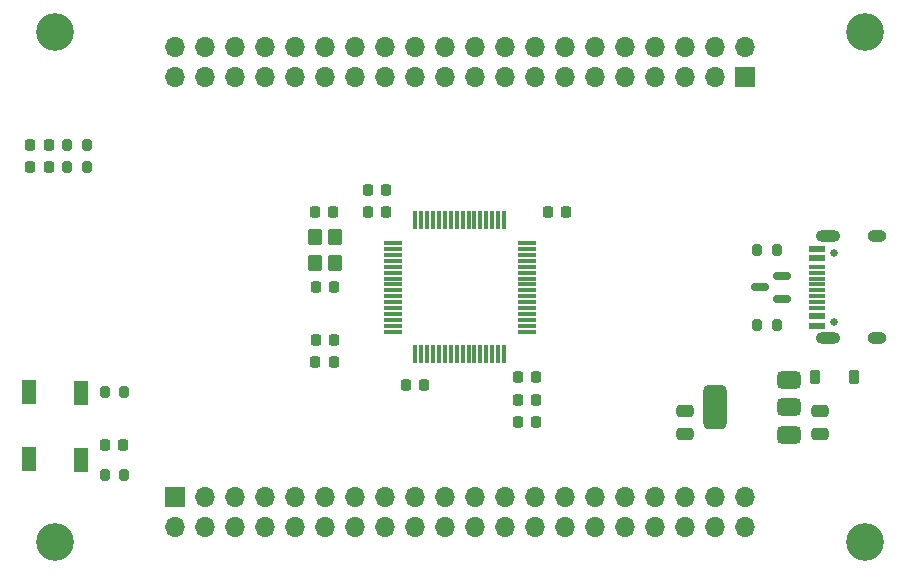
<source format=gbr>
G04 #@! TF.GenerationSoftware,KiCad,Pcbnew,9.0.2+dfsg-1*
G04 #@! TF.CreationDate,2025-05-30T20:00:10+08:00*
G04 #@! TF.ProjectId,mcustm32f402,6d637573-746d-4333-9266-3430322e6b69,a*
G04 #@! TF.SameCoordinates,PX57cf3f8PY8841978*
G04 #@! TF.FileFunction,Soldermask,Top*
G04 #@! TF.FilePolarity,Negative*
%FSLAX46Y46*%
G04 Gerber Fmt 4.6, Leading zero omitted, Abs format (unit mm)*
G04 Created by KiCad (PCBNEW 9.0.2+dfsg-1) date 2025-05-30 20:00:10*
%MOMM*%
%LPD*%
G01*
G04 APERTURE LIST*
G04 Aperture macros list*
%AMRoundRect*
0 Rectangle with rounded corners*
0 $1 Rounding radius*
0 $2 $3 $4 $5 $6 $7 $8 $9 X,Y pos of 4 corners*
0 Add a 4 corners polygon primitive as box body*
4,1,4,$2,$3,$4,$5,$6,$7,$8,$9,$2,$3,0*
0 Add four circle primitives for the rounded corners*
1,1,$1+$1,$2,$3*
1,1,$1+$1,$4,$5*
1,1,$1+$1,$6,$7*
1,1,$1+$1,$8,$9*
0 Add four rect primitives between the rounded corners*
20,1,$1+$1,$2,$3,$4,$5,0*
20,1,$1+$1,$4,$5,$6,$7,0*
20,1,$1+$1,$6,$7,$8,$9,0*
20,1,$1+$1,$8,$9,$2,$3,0*%
G04 Aperture macros list end*
%ADD10RoundRect,0.225000X-0.225000X-0.375000X0.225000X-0.375000X0.225000X0.375000X-0.225000X0.375000X0*%
%ADD11C,0.650000*%
%ADD12R,1.450000X0.600000*%
%ADD13R,1.450000X0.300000*%
%ADD14O,2.100000X1.000000*%
%ADD15O,1.600000X1.000000*%
%ADD16RoundRect,0.225000X0.225000X0.250000X-0.225000X0.250000X-0.225000X-0.250000X0.225000X-0.250000X0*%
%ADD17RoundRect,0.225000X-0.225000X-0.250000X0.225000X-0.250000X0.225000X0.250000X-0.225000X0.250000X0*%
%ADD18RoundRect,0.375000X0.625000X0.375000X-0.625000X0.375000X-0.625000X-0.375000X0.625000X-0.375000X0*%
%ADD19RoundRect,0.500000X0.500000X1.400000X-0.500000X1.400000X-0.500000X-1.400000X0.500000X-1.400000X0*%
%ADD20RoundRect,0.250000X-0.475000X0.250000X-0.475000X-0.250000X0.475000X-0.250000X0.475000X0.250000X0*%
%ADD21RoundRect,0.218750X0.218750X0.256250X-0.218750X0.256250X-0.218750X-0.256250X0.218750X-0.256250X0*%
%ADD22RoundRect,0.200000X-0.200000X-0.275000X0.200000X-0.275000X0.200000X0.275000X-0.200000X0.275000X0*%
%ADD23RoundRect,0.200000X0.200000X0.275000X-0.200000X0.275000X-0.200000X-0.275000X0.200000X-0.275000X0*%
%ADD24RoundRect,0.250000X-0.350000X0.450000X-0.350000X-0.450000X0.350000X-0.450000X0.350000X0.450000X0*%
%ADD25R,1.700000X1.700000*%
%ADD26O,1.700000X1.700000*%
%ADD27RoundRect,0.218750X-0.218750X-0.256250X0.218750X-0.256250X0.218750X0.256250X-0.218750X0.256250X0*%
%ADD28R,1.200000X2.000000*%
%ADD29RoundRect,0.075000X-0.700000X-0.075000X0.700000X-0.075000X0.700000X0.075000X-0.700000X0.075000X0*%
%ADD30RoundRect,0.075000X-0.075000X-0.700000X0.075000X-0.700000X0.075000X0.700000X-0.075000X0.700000X0*%
%ADD31C,3.200000*%
%ADD32RoundRect,0.150000X0.587500X0.150000X-0.587500X0.150000X-0.587500X-0.150000X0.587500X-0.150000X0*%
G04 APERTURE END LIST*
D10*
G04 #@! TO.C,D2*
X90425000Y33655000D03*
X93725000Y33655000D03*
G04 #@! TD*
D11*
G04 #@! TO.C,J1*
X92015000Y38385000D03*
X92015000Y44165000D03*
D12*
X90570000Y38025000D03*
X90570000Y38825000D03*
D13*
X90570000Y40025000D03*
X90570000Y41025000D03*
X90570000Y41525000D03*
X90570000Y42525000D03*
D12*
X90570000Y43725000D03*
X90570000Y44525000D03*
X90570000Y44525000D03*
X90570000Y43725000D03*
D13*
X90570000Y43025000D03*
X90570000Y42025000D03*
X90570000Y40525000D03*
X90570000Y39525000D03*
D12*
X90570000Y38825000D03*
X90570000Y38025000D03*
D14*
X91485000Y36955000D03*
D15*
X95665000Y36955000D03*
D14*
X91485000Y45595000D03*
D15*
X95665000Y45595000D03*
G04 #@! TD*
D16*
G04 #@! TO.C,C5*
X54115000Y49530000D03*
X52565000Y49530000D03*
G04 #@! TD*
D17*
G04 #@! TO.C,C7*
X67805000Y47625000D03*
X69355000Y47625000D03*
G04 #@! TD*
G04 #@! TO.C,C8*
X65265000Y33655000D03*
X66815000Y33655000D03*
G04 #@! TD*
D16*
G04 #@! TO.C,C10*
X57290000Y33020000D03*
X55740000Y33020000D03*
G04 #@! TD*
D18*
G04 #@! TO.C,U1*
X88240000Y28815000D03*
X88240000Y31115000D03*
D19*
X81940000Y31115000D03*
D18*
X88240000Y33415000D03*
G04 #@! TD*
D20*
G04 #@! TO.C,C1*
X90805000Y30795000D03*
X90805000Y28895000D03*
G04 #@! TD*
D17*
G04 #@! TO.C,C6*
X30300000Y27940000D03*
X31850000Y27940000D03*
G04 #@! TD*
D21*
G04 #@! TO.C,D3*
X25552500Y53340000D03*
X23977500Y53340000D03*
G04 #@! TD*
G04 #@! TO.C,D4*
X25552500Y51435000D03*
X23977500Y51435000D03*
G04 #@! TD*
D22*
G04 #@! TO.C,R1*
X85535000Y38100000D03*
X87185000Y38100000D03*
G04 #@! TD*
G04 #@! TO.C,R2*
X85535000Y44450000D03*
X87185000Y44450000D03*
G04 #@! TD*
G04 #@! TO.C,R5*
X27115000Y53340000D03*
X28765000Y53340000D03*
G04 #@! TD*
G04 #@! TO.C,R6*
X27115000Y51435000D03*
X28765000Y51435000D03*
G04 #@! TD*
D17*
G04 #@! TO.C,C11*
X48050000Y47625000D03*
X49600000Y47625000D03*
G04 #@! TD*
D16*
G04 #@! TO.C,C13*
X49670000Y41275000D03*
X48120000Y41275000D03*
G04 #@! TD*
D17*
G04 #@! TO.C,C4*
X65265000Y31750000D03*
X66815000Y31750000D03*
G04 #@! TD*
G04 #@! TO.C,C14*
X65265000Y29845000D03*
X66815000Y29845000D03*
G04 #@! TD*
D23*
G04 #@! TO.C,R3*
X31940000Y25400000D03*
X30290000Y25400000D03*
G04 #@! TD*
D22*
G04 #@! TO.C,R4*
X30290000Y32385000D03*
X31940000Y32385000D03*
G04 #@! TD*
D24*
G04 #@! TO.C,Y1*
X48045000Y45550000D03*
X48045000Y43350000D03*
X49745000Y43350000D03*
X49745000Y45550000D03*
G04 #@! TD*
D20*
G04 #@! TO.C,C3*
X79375000Y30795000D03*
X79375000Y28895000D03*
G04 #@! TD*
D16*
G04 #@! TO.C,C9*
X49670000Y36830000D03*
X48120000Y36830000D03*
G04 #@! TD*
D25*
G04 #@! TO.C,J2*
X36195000Y23495000D03*
D26*
X36195000Y20955000D03*
X38735000Y23495000D03*
X38735000Y20955000D03*
X41275000Y23495000D03*
X41275000Y20955000D03*
X43815000Y23495000D03*
X43815000Y20955000D03*
X46355000Y23495000D03*
X46355000Y20955000D03*
X48895000Y23495000D03*
X48895000Y20955000D03*
X51435000Y23495000D03*
X51435000Y20955000D03*
X53975000Y23495000D03*
X53975000Y20955000D03*
X56515000Y23495000D03*
X56515000Y20955000D03*
X59055000Y23495000D03*
X59055000Y20955000D03*
X61595000Y23495000D03*
X61595000Y20955000D03*
X64135000Y23495000D03*
X64135000Y20955000D03*
X66675000Y23495000D03*
X66675000Y20955000D03*
X69215000Y23495000D03*
X69215000Y20955000D03*
X71755000Y23495000D03*
X71755000Y20955000D03*
X74295000Y23495000D03*
X74295000Y20955000D03*
X76835000Y23495000D03*
X76835000Y20955000D03*
X79375000Y23495000D03*
X79375000Y20955000D03*
X81915000Y23495000D03*
X81915000Y20955000D03*
X84455000Y23495000D03*
X84455000Y20955000D03*
G04 #@! TD*
D27*
G04 #@! TO.C,FB1*
X48107500Y34925000D03*
X49682500Y34925000D03*
G04 #@! TD*
D28*
G04 #@! TO.C,SW1*
X23835000Y26720000D03*
X28235000Y26670000D03*
G04 #@! TD*
G04 #@! TO.C,SW2*
X28235000Y32335000D03*
X23835000Y32385000D03*
G04 #@! TD*
D25*
G04 #@! TO.C,J3*
X84455000Y59055000D03*
D26*
X84455000Y61595000D03*
X81915000Y59055000D03*
X81915000Y61595000D03*
X79375000Y59055000D03*
X79375000Y61595000D03*
X76835000Y59055000D03*
X76835000Y61595000D03*
X74295000Y59055000D03*
X74295000Y61595000D03*
X71755000Y59055000D03*
X71755000Y61595000D03*
X69215000Y59055000D03*
X69215000Y61595000D03*
X66675000Y59055000D03*
X66675000Y61595000D03*
X64135000Y59055000D03*
X64135000Y61595000D03*
X61595000Y59055000D03*
X61595000Y61595000D03*
X59055000Y59055000D03*
X59055000Y61595000D03*
X56515000Y59055000D03*
X56515000Y61595000D03*
X53975000Y59055000D03*
X53975000Y61595000D03*
X51435000Y59055000D03*
X51435000Y61595000D03*
X48895000Y59055000D03*
X48895000Y61595000D03*
X46355000Y59055000D03*
X46355000Y61595000D03*
X43815000Y59055000D03*
X43815000Y61595000D03*
X41275000Y59055000D03*
X41275000Y61595000D03*
X38735000Y59055000D03*
X38735000Y61595000D03*
X36195000Y59055000D03*
X36195000Y61595000D03*
G04 #@! TD*
D16*
G04 #@! TO.C,C2*
X54115000Y47625000D03*
X52565000Y47625000D03*
G04 #@! TD*
D29*
G04 #@! TO.C,U2*
X54650000Y45025000D03*
X54650000Y44525000D03*
X54650000Y44025000D03*
X54650000Y43525000D03*
X54650000Y43025000D03*
X54650000Y42525000D03*
X54650000Y42025000D03*
X54650000Y41525000D03*
X54650000Y41025000D03*
X54650000Y40525000D03*
X54650000Y40025000D03*
X54650000Y39525000D03*
X54650000Y39025000D03*
X54650000Y38525000D03*
X54650000Y38025000D03*
X54650000Y37525000D03*
D30*
X56575000Y35600000D03*
X57075000Y35600000D03*
X57575000Y35600000D03*
X58075000Y35600000D03*
X58575000Y35600000D03*
X59075000Y35600000D03*
X59575000Y35600000D03*
X60075000Y35600000D03*
X60575000Y35600000D03*
X61075000Y35600000D03*
X61575000Y35600000D03*
X62075000Y35600000D03*
X62575000Y35600000D03*
X63075000Y35600000D03*
X63575000Y35600000D03*
X64075000Y35600000D03*
D29*
X66000000Y37525000D03*
X66000000Y38025000D03*
X66000000Y38525000D03*
X66000000Y39025000D03*
X66000000Y39525000D03*
X66000000Y40025000D03*
X66000000Y40525000D03*
X66000000Y41025000D03*
X66000000Y41525000D03*
X66000000Y42025000D03*
X66000000Y42525000D03*
X66000000Y43025000D03*
X66000000Y43525000D03*
X66000000Y44025000D03*
X66000000Y44525000D03*
X66000000Y45025000D03*
D30*
X64075000Y46950000D03*
X63575000Y46950000D03*
X63075000Y46950000D03*
X62575000Y46950000D03*
X62075000Y46950000D03*
X61575000Y46950000D03*
X61075000Y46950000D03*
X60575000Y46950000D03*
X60075000Y46950000D03*
X59575000Y46950000D03*
X59075000Y46950000D03*
X58575000Y46950000D03*
X58075000Y46950000D03*
X57575000Y46950000D03*
X57075000Y46950000D03*
X56575000Y46950000D03*
G04 #@! TD*
D31*
G04 #@! TO.C,J4*
X26035000Y62865000D03*
X26035000Y19685000D03*
X94615000Y62865000D03*
X94615000Y19685000D03*
G04 #@! TD*
D32*
G04 #@! TO.C,D1*
X87600000Y40325000D03*
X87600000Y42225000D03*
X85725000Y41275000D03*
G04 #@! TD*
M02*

</source>
